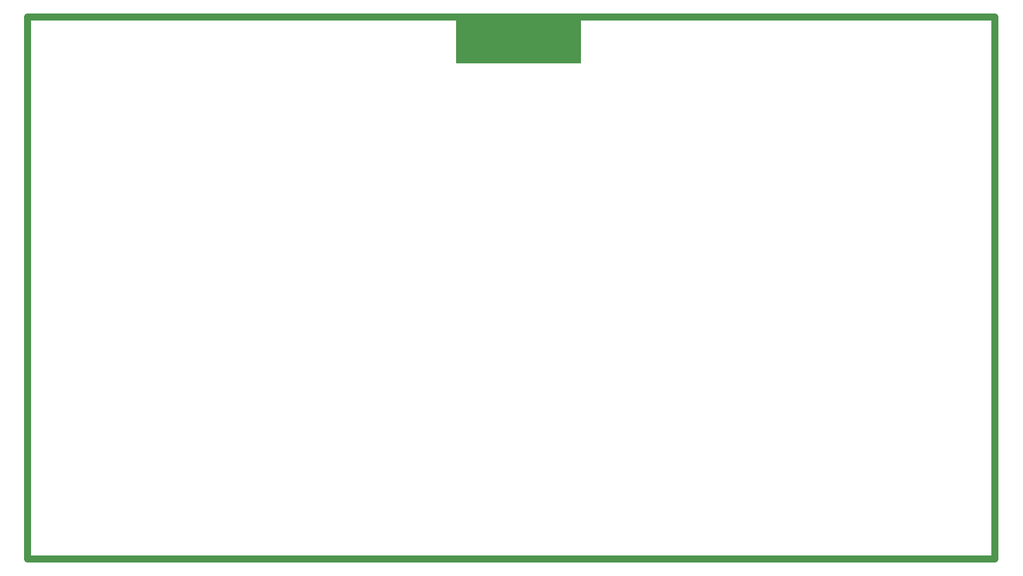
<source format=gko>
G04*
G04 #@! TF.GenerationSoftware,Altium Limited,Altium Designer,24.5.2 (23)*
G04*
G04 Layer_Color=16711935*
%FSLAX25Y25*%
%MOIN*%
G70*
G04*
G04 #@! TF.SameCoordinates,6455B1CA-3022-4927-84EB-C38AD889BDF6*
G04*
G04*
G04 #@! TF.FilePolarity,Positive*
G04*
G01*
G75*
%ADD77C,0.03937*%
G36*
X314350Y281500D02*
Y305900D01*
X243450D01*
Y281500D01*
X314350D01*
D02*
G37*
G54D77*
X0Y0D02*
X550000D01*
X550000Y308000D01*
X-0D01*
X0Y0D01*
M02*

</source>
